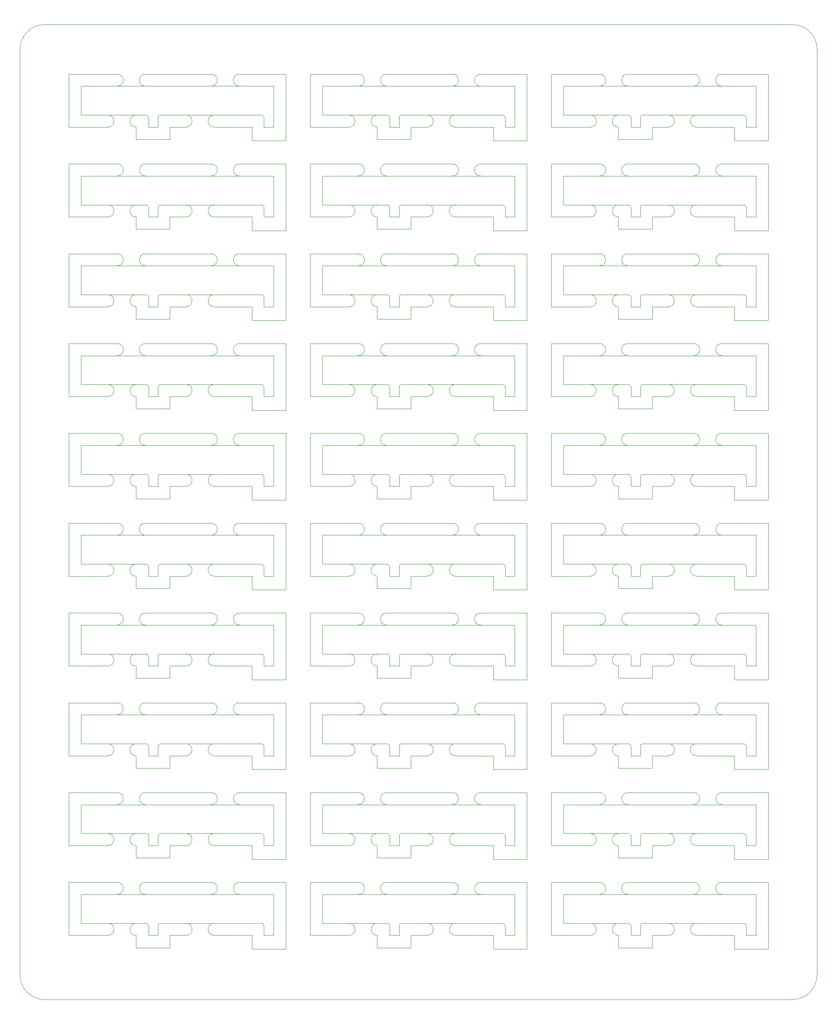
<source format=gko>
G04*
G04 #@! TF.GenerationSoftware,Altium Limited,Altium Designer,25.0.2 (28)*
G04*
G04 Layer_Color=16711935*
%FSLAX24Y24*%
%MOIN*%
G70*
G04*
G04 #@! TF.SameCoordinates,BAA0B08D-9D87-43D8-96EE-EFDE37164EB2*
G04*
G04*
G04 #@! TF.FilePolarity,Positive*
G04*
G01*
G75*
%ADD19C,0.0020*%
D19*
X0Y2000D02*
G03*
X2000Y0I2000J0D01*
G01*
Y79750D02*
G03*
X-0Y77750I0J-2000D01*
G01*
X65250D02*
G03*
X63250Y79750I-2000J0D01*
G01*
Y0D02*
G03*
X65250Y2000I0J2000D01*
G01*
X49756Y75699D02*
G03*
X49756Y74715I0J-492D01*
G01*
X47456D02*
G03*
X47456Y75699I0J492D01*
G01*
X57456D02*
G03*
X57456Y74715I0J-492D01*
G01*
X55156D02*
G03*
X55156Y75699I0J492D01*
G01*
X55386Y72352D02*
G03*
X55386Y71368I0J-492D01*
G01*
X53086D02*
G03*
X53086Y72352I0J492D01*
G01*
X48986Y72349D02*
G03*
X48986Y71364I0J-492D01*
G01*
X46686D02*
G03*
X46686Y72349I0J492D01*
G01*
Y64018D02*
G03*
X46686Y65002I0J492D01*
G01*
X48986D02*
G03*
X48986Y64018I0J-492D01*
G01*
X53086Y64022D02*
G03*
X53086Y65006I0J492D01*
G01*
X55386D02*
G03*
X55386Y64022I0J-492D01*
G01*
X55156Y67368D02*
G03*
X55156Y68352I0J492D01*
G01*
X57456D02*
G03*
X57456Y67368I0J-492D01*
G01*
X47456D02*
G03*
X47456Y68352I0J492D01*
G01*
X49756D02*
G03*
X49756Y67368I0J-492D01*
G01*
X46686Y56671D02*
G03*
X46686Y57656I0J492D01*
G01*
X48986D02*
G03*
X48986Y56671I0J-492D01*
G01*
X53086Y56675D02*
G03*
X53086Y57659I0J492D01*
G01*
X55386D02*
G03*
X55386Y56675I0J-492D01*
G01*
X55156Y60022D02*
G03*
X55156Y61006I0J492D01*
G01*
X57456D02*
G03*
X57456Y60022I0J-492D01*
G01*
X47456D02*
G03*
X47456Y61006I0J492D01*
G01*
X49756D02*
G03*
X49756Y60022I0J-492D01*
G01*
X46686Y49325D02*
G03*
X46686Y50309I0J492D01*
G01*
X48986D02*
G03*
X48986Y49325I0J-492D01*
G01*
X53086Y49329D02*
G03*
X53086Y50313I0J492D01*
G01*
X55386D02*
G03*
X55386Y49329I0J-492D01*
G01*
X55156Y52675D02*
G03*
X55156Y53659I0J492D01*
G01*
X57456D02*
G03*
X57456Y52675I0J-492D01*
G01*
X47456D02*
G03*
X47456Y53659I0J492D01*
G01*
X49756D02*
G03*
X49756Y52675I0J-492D01*
G01*
X46686Y41979D02*
G03*
X46686Y42963I0J492D01*
G01*
X48986D02*
G03*
X48986Y41979I0J-492D01*
G01*
X53086Y41982D02*
G03*
X53086Y42967I0J492D01*
G01*
X55386D02*
G03*
X55386Y41982I0J-492D01*
G01*
X55156Y45329D02*
G03*
X55156Y46313I0J492D01*
G01*
X57456D02*
G03*
X57456Y45329I0J-492D01*
G01*
X47456D02*
G03*
X47456Y46313I0J492D01*
G01*
X49756D02*
G03*
X49756Y45329I0J-492D01*
G01*
X46686Y34632D02*
G03*
X46686Y35616I0J492D01*
G01*
X48986D02*
G03*
X48986Y34632I0J-492D01*
G01*
X53086Y34636D02*
G03*
X53086Y35620I0J492D01*
G01*
X55386D02*
G03*
X55386Y34636I0J-492D01*
G01*
X55156Y37982D02*
G03*
X55156Y38967I0J492D01*
G01*
X57456D02*
G03*
X57456Y37982I0J-492D01*
G01*
X47456D02*
G03*
X47456Y38967I0J492D01*
G01*
X49756D02*
G03*
X49756Y37982I0J-492D01*
G01*
X46686Y27286D02*
G03*
X46686Y28270I0J492D01*
G01*
X48986D02*
G03*
X48986Y27286I0J-492D01*
G01*
X53086Y27289D02*
G03*
X53086Y28274I0J492D01*
G01*
X55386D02*
G03*
X55386Y27289I0J-492D01*
G01*
X55156Y30636D02*
G03*
X55156Y31620I0J492D01*
G01*
X57456D02*
G03*
X57456Y30636I0J-492D01*
G01*
X47456D02*
G03*
X47456Y31620I0J492D01*
G01*
X49756D02*
G03*
X49756Y30636I0J-492D01*
G01*
Y9581D02*
G03*
X49756Y8596I0J-492D01*
G01*
X47456D02*
G03*
X47456Y9581I0J492D01*
G01*
X57456D02*
G03*
X57456Y8596I0J-492D01*
G01*
X55156D02*
G03*
X55156Y9581I0J492D01*
G01*
X55386Y6234D02*
G03*
X55386Y5250I0J-492D01*
G01*
X53086D02*
G03*
X53086Y6234I0J492D01*
G01*
X48986Y6230D02*
G03*
X48986Y5246I0J-492D01*
G01*
X46686D02*
G03*
X46686Y6230I0J492D01*
G01*
X49756Y16927D02*
G03*
X49756Y15943I0J-492D01*
G01*
X47456D02*
G03*
X47456Y16927I0J492D01*
G01*
X57456D02*
G03*
X57456Y15943I0J-492D01*
G01*
X55156D02*
G03*
X55156Y16927I0J492D01*
G01*
X55386Y13581D02*
G03*
X55386Y12596I0J-492D01*
G01*
X53086D02*
G03*
X53086Y13581I0J492D01*
G01*
X48986Y13577D02*
G03*
X48986Y12593I0J-492D01*
G01*
X46686D02*
G03*
X46686Y13577I0J492D01*
G01*
X49756Y24274D02*
G03*
X49756Y23289I0J-492D01*
G01*
X47456D02*
G03*
X47456Y24274I0J492D01*
G01*
X57456D02*
G03*
X57456Y23289I0J-492D01*
G01*
X55156D02*
G03*
X55156Y24274I0J492D01*
G01*
X55386Y20927D02*
G03*
X55386Y19943I0J-492D01*
G01*
X53086D02*
G03*
X53086Y20927I0J492D01*
G01*
X48986Y20923D02*
G03*
X48986Y19939I0J-492D01*
G01*
X46686D02*
G03*
X46686Y20923I0J492D01*
G01*
X30008Y75699D02*
G03*
X30008Y74715I0J-492D01*
G01*
X27708D02*
G03*
X27708Y75699I0J492D01*
G01*
X37708D02*
G03*
X37708Y74715I0J-492D01*
G01*
X35408D02*
G03*
X35408Y75699I0J492D01*
G01*
X35638Y72352D02*
G03*
X35638Y71368I0J-492D01*
G01*
X33338D02*
G03*
X33338Y72352I0J492D01*
G01*
X29238Y72349D02*
G03*
X29238Y71364I0J-492D01*
G01*
X26938D02*
G03*
X26938Y72349I0J492D01*
G01*
Y64018D02*
G03*
X26938Y65002I0J492D01*
G01*
X29238D02*
G03*
X29238Y64018I0J-492D01*
G01*
X33338Y64022D02*
G03*
X33338Y65006I0J492D01*
G01*
X35638D02*
G03*
X35638Y64022I0J-492D01*
G01*
X35408Y67368D02*
G03*
X35408Y68352I0J492D01*
G01*
X37708D02*
G03*
X37708Y67368I0J-492D01*
G01*
X27708D02*
G03*
X27708Y68352I0J492D01*
G01*
X30008D02*
G03*
X30008Y67368I0J-492D01*
G01*
X26938Y56671D02*
G03*
X26938Y57656I0J492D01*
G01*
X29238D02*
G03*
X29238Y56671I0J-492D01*
G01*
X33338Y56675D02*
G03*
X33338Y57659I0J492D01*
G01*
X35638D02*
G03*
X35638Y56675I0J-492D01*
G01*
X35408Y60022D02*
G03*
X35408Y61006I0J492D01*
G01*
X37708D02*
G03*
X37708Y60022I0J-492D01*
G01*
X27708D02*
G03*
X27708Y61006I0J492D01*
G01*
X30008D02*
G03*
X30008Y60022I0J-492D01*
G01*
X26938Y49325D02*
G03*
X26938Y50309I0J492D01*
G01*
X29238D02*
G03*
X29238Y49325I0J-492D01*
G01*
X33338Y49329D02*
G03*
X33338Y50313I0J492D01*
G01*
X35638D02*
G03*
X35638Y49329I0J-492D01*
G01*
X35408Y52675D02*
G03*
X35408Y53659I0J492D01*
G01*
X37708D02*
G03*
X37708Y52675I0J-492D01*
G01*
X27708D02*
G03*
X27708Y53659I0J492D01*
G01*
X30008D02*
G03*
X30008Y52675I0J-492D01*
G01*
X26938Y41979D02*
G03*
X26938Y42963I0J492D01*
G01*
X29238D02*
G03*
X29238Y41979I0J-492D01*
G01*
X33338Y41982D02*
G03*
X33338Y42967I0J492D01*
G01*
X35638D02*
G03*
X35638Y41982I0J-492D01*
G01*
X35408Y45329D02*
G03*
X35408Y46313I0J492D01*
G01*
X37708D02*
G03*
X37708Y45329I0J-492D01*
G01*
X27708D02*
G03*
X27708Y46313I0J492D01*
G01*
X30008D02*
G03*
X30008Y45329I0J-492D01*
G01*
X26938Y34632D02*
G03*
X26938Y35616I0J492D01*
G01*
X29238D02*
G03*
X29238Y34632I0J-492D01*
G01*
X33338Y34636D02*
G03*
X33338Y35620I0J492D01*
G01*
X35638D02*
G03*
X35638Y34636I0J-492D01*
G01*
X35408Y37982D02*
G03*
X35408Y38967I0J492D01*
G01*
X37708D02*
G03*
X37708Y37982I0J-492D01*
G01*
X27708D02*
G03*
X27708Y38967I0J492D01*
G01*
X30008D02*
G03*
X30008Y37982I0J-492D01*
G01*
X26938Y27286D02*
G03*
X26938Y28270I0J492D01*
G01*
X29238D02*
G03*
X29238Y27286I0J-492D01*
G01*
X33338Y27289D02*
G03*
X33338Y28274I0J492D01*
G01*
X35638D02*
G03*
X35638Y27289I0J-492D01*
G01*
X35408Y30636D02*
G03*
X35408Y31620I0J492D01*
G01*
X37708D02*
G03*
X37708Y30636I0J-492D01*
G01*
X27708D02*
G03*
X27708Y31620I0J492D01*
G01*
X30008D02*
G03*
X30008Y30636I0J-492D01*
G01*
Y9581D02*
G03*
X30008Y8596I0J-492D01*
G01*
X27708D02*
G03*
X27708Y9581I0J492D01*
G01*
X37708D02*
G03*
X37708Y8596I0J-492D01*
G01*
X35408D02*
G03*
X35408Y9581I0J492D01*
G01*
X35638Y6234D02*
G03*
X35638Y5250I0J-492D01*
G01*
X33338D02*
G03*
X33338Y6234I0J492D01*
G01*
X29238Y6230D02*
G03*
X29238Y5246I0J-492D01*
G01*
X26938D02*
G03*
X26938Y6230I0J492D01*
G01*
X30008Y16927D02*
G03*
X30008Y15943I0J-492D01*
G01*
X27708D02*
G03*
X27708Y16927I0J492D01*
G01*
X37708D02*
G03*
X37708Y15943I0J-492D01*
G01*
X35408D02*
G03*
X35408Y16927I0J492D01*
G01*
X35638Y13581D02*
G03*
X35638Y12596I0J-492D01*
G01*
X33338D02*
G03*
X33338Y13581I0J492D01*
G01*
X29238Y13577D02*
G03*
X29238Y12593I0J-492D01*
G01*
X26938D02*
G03*
X26938Y13577I0J492D01*
G01*
X30008Y24274D02*
G03*
X30008Y23289I0J-492D01*
G01*
X27708D02*
G03*
X27708Y24274I0J492D01*
G01*
X37708D02*
G03*
X37708Y23289I0J-492D01*
G01*
X35408D02*
G03*
X35408Y24274I0J492D01*
G01*
X35638Y20927D02*
G03*
X35638Y19943I0J-492D01*
G01*
X33338D02*
G03*
X33338Y20927I0J492D01*
G01*
X29238Y20923D02*
G03*
X29238Y19939I0J-492D01*
G01*
X26938D02*
G03*
X26938Y20923I0J492D01*
G01*
X7190Y19939D02*
G03*
X7190Y20923I0J492D01*
G01*
X9490D02*
G03*
X9490Y19939I0J-492D01*
G01*
X13590Y19943D02*
G03*
X13590Y20927I0J492D01*
G01*
X15890D02*
G03*
X15890Y19943I0J-492D01*
G01*
X15660Y23289D02*
G03*
X15660Y24274I0J492D01*
G01*
X17960D02*
G03*
X17960Y23289I0J-492D01*
G01*
X7960D02*
G03*
X7960Y24274I0J492D01*
G01*
X10260D02*
G03*
X10260Y23289I0J-492D01*
G01*
X7190Y12593D02*
G03*
X7190Y13577I0J492D01*
G01*
X9490D02*
G03*
X9490Y12593I0J-492D01*
G01*
X13590Y12596D02*
G03*
X13590Y13581I0J492D01*
G01*
X15890D02*
G03*
X15890Y12596I0J-492D01*
G01*
X15660Y15943D02*
G03*
X15660Y16927I0J492D01*
G01*
X17960D02*
G03*
X17960Y15943I0J-492D01*
G01*
X7960D02*
G03*
X7960Y16927I0J492D01*
G01*
X10260D02*
G03*
X10260Y15943I0J-492D01*
G01*
X7190Y5246D02*
G03*
X7190Y6230I0J492D01*
G01*
X9490D02*
G03*
X9490Y5246I0J-492D01*
G01*
X13590Y5250D02*
G03*
X13590Y6234I0J492D01*
G01*
X15890D02*
G03*
X15890Y5250I0J-492D01*
G01*
X15660Y8596D02*
G03*
X15660Y9581I0J492D01*
G01*
X17960D02*
G03*
X17960Y8596I0J-492D01*
G01*
X7960D02*
G03*
X7960Y9581I0J492D01*
G01*
X10260D02*
G03*
X10260Y8596I0J-492D01*
G01*
Y31620D02*
G03*
X10260Y30636I0J-492D01*
G01*
X7960D02*
G03*
X7960Y31620I0J492D01*
G01*
X17960D02*
G03*
X17960Y30636I0J-492D01*
G01*
X15660D02*
G03*
X15660Y31620I0J492D01*
G01*
X15890Y28274D02*
G03*
X15890Y27289I0J-492D01*
G01*
X13590D02*
G03*
X13590Y28274I0J492D01*
G01*
X9490Y28270D02*
G03*
X9490Y27286I0J-492D01*
G01*
X7190D02*
G03*
X7190Y28270I0J492D01*
G01*
X10260Y38967D02*
G03*
X10260Y37982I0J-492D01*
G01*
X7960D02*
G03*
X7960Y38967I0J492D01*
G01*
X17960D02*
G03*
X17960Y37982I0J-492D01*
G01*
X15660D02*
G03*
X15660Y38967I0J492D01*
G01*
X15890Y35620D02*
G03*
X15890Y34636I0J-492D01*
G01*
X13590D02*
G03*
X13590Y35620I0J492D01*
G01*
X9490Y35616D02*
G03*
X9490Y34632I0J-492D01*
G01*
X7190D02*
G03*
X7190Y35616I0J492D01*
G01*
X10260Y46313D02*
G03*
X10260Y45329I0J-492D01*
G01*
X7960D02*
G03*
X7960Y46313I0J492D01*
G01*
X17960D02*
G03*
X17960Y45329I0J-492D01*
G01*
X15660D02*
G03*
X15660Y46313I0J492D01*
G01*
X15890Y42967D02*
G03*
X15890Y41982I0J-492D01*
G01*
X13590D02*
G03*
X13590Y42967I0J492D01*
G01*
X9490Y42963D02*
G03*
X9490Y41979I0J-492D01*
G01*
X7190D02*
G03*
X7190Y42963I0J492D01*
G01*
X10260Y53659D02*
G03*
X10260Y52675I0J-492D01*
G01*
X7960D02*
G03*
X7960Y53659I0J492D01*
G01*
X17960D02*
G03*
X17960Y52675I0J-492D01*
G01*
X15660D02*
G03*
X15660Y53659I0J492D01*
G01*
X15890Y50313D02*
G03*
X15890Y49329I0J-492D01*
G01*
X13590D02*
G03*
X13590Y50313I0J492D01*
G01*
X9490Y50309D02*
G03*
X9490Y49325I0J-492D01*
G01*
X7190D02*
G03*
X7190Y50309I0J492D01*
G01*
X10260Y61006D02*
G03*
X10260Y60022I0J-492D01*
G01*
X7960D02*
G03*
X7960Y61006I0J492D01*
G01*
X17960D02*
G03*
X17960Y60022I0J-492D01*
G01*
X15660D02*
G03*
X15660Y61006I0J492D01*
G01*
X15890Y57659D02*
G03*
X15890Y56675I0J-492D01*
G01*
X13590D02*
G03*
X13590Y57659I0J492D01*
G01*
X9490Y57656D02*
G03*
X9490Y56671I0J-492D01*
G01*
X7190D02*
G03*
X7190Y57656I0J492D01*
G01*
X10260Y68352D02*
G03*
X10260Y67368I0J-492D01*
G01*
X7960D02*
G03*
X7960Y68352I0J492D01*
G01*
X17960D02*
G03*
X17960Y67368I0J-492D01*
G01*
X15660D02*
G03*
X15660Y68352I0J492D01*
G01*
X15890Y65006D02*
G03*
X15890Y64022I0J-492D01*
G01*
X13590D02*
G03*
X13590Y65006I0J492D01*
G01*
X9490Y65002D02*
G03*
X9490Y64018I0J-492D01*
G01*
X7190D02*
G03*
X7190Y65002I0J492D01*
G01*
Y71364D02*
G03*
X7190Y72349I0J492D01*
G01*
X9490D02*
G03*
X9490Y71364I0J-492D01*
G01*
X13590Y71368D02*
G03*
X13590Y72352I0J492D01*
G01*
X15890D02*
G03*
X15890Y71368I0J-492D01*
G01*
X15660Y74715D02*
G03*
X15660Y75699I0J492D01*
G01*
X17960D02*
G03*
X17960Y74715I0J-492D01*
G01*
X7960D02*
G03*
X7960Y75699I0J492D01*
G01*
X10260D02*
G03*
X10260Y74715I0J-492D01*
G01*
X2000Y0D02*
X63250D01*
X65250Y2000D02*
Y77750D01*
X2000Y79750D02*
X63250D01*
X-0Y2000D02*
Y77750D01*
X57456Y75699D02*
X61246D01*
Y70250D02*
Y75699D01*
X58496Y70250D02*
X61246D01*
X58496D02*
Y71368D01*
X55386D02*
X58496D01*
X51746D02*
X53086D01*
X51746Y70360D02*
Y71368D01*
X48986Y70360D02*
X51746D01*
X48986D02*
Y71364D01*
X43496D02*
X46686D01*
X43496D02*
Y75699D01*
X47456D01*
X49756D02*
X55156D01*
Y75689D02*
Y75699D01*
X50795Y71368D02*
X50799D01*
X50795Y64022D02*
X50799D01*
X55156Y68342D02*
Y68352D01*
X49756D02*
X55156D01*
X43496D02*
X47456D01*
X43496Y64018D02*
Y68352D01*
Y64018D02*
X46686D01*
X48986Y63014D02*
Y64018D01*
Y63014D02*
X51746D01*
Y64022D01*
X53086D01*
X55386D02*
X58496D01*
Y62904D02*
Y64022D01*
Y62904D02*
X61246D01*
Y68352D01*
X57456D02*
X61246D01*
X50795Y56675D02*
X50799D01*
X55156Y60996D02*
Y61006D01*
X49756D02*
X55156D01*
X43496D02*
X47456D01*
X43496Y56671D02*
Y61006D01*
Y56671D02*
X46686D01*
X48986Y55667D02*
Y56671D01*
Y55667D02*
X51746D01*
Y56675D01*
X53086D01*
X55386D02*
X58496D01*
Y55557D02*
Y56675D01*
Y55557D02*
X61246D01*
Y61006D01*
X57456D02*
X61246D01*
X50795Y49329D02*
X50799D01*
X55156Y53649D02*
Y53659D01*
X49756D02*
X55156D01*
X43496D02*
X47456D01*
X43496Y49325D02*
Y53659D01*
Y49325D02*
X46686D01*
X48986Y48321D02*
Y49325D01*
Y48321D02*
X51746D01*
Y49329D01*
X53086D01*
X55386D02*
X58496D01*
Y48211D02*
Y49329D01*
Y48211D02*
X61246D01*
Y53659D01*
X57456D02*
X61246D01*
X50795Y41982D02*
X50799D01*
X55156Y46303D02*
Y46313D01*
X49756D02*
X55156D01*
X43496D02*
X47456D01*
X43496Y41979D02*
Y46313D01*
Y41979D02*
X46686D01*
X48986Y40974D02*
Y41979D01*
Y40974D02*
X51746D01*
Y41982D01*
X53086D01*
X55386D02*
X58496D01*
Y40864D02*
Y41982D01*
Y40864D02*
X61246D01*
Y46313D01*
X57456D02*
X61246D01*
X50795Y34636D02*
X50799D01*
X55156Y38956D02*
Y38967D01*
X49756D02*
X55156D01*
X43496D02*
X47456D01*
X43496Y34632D02*
Y38967D01*
Y34632D02*
X46686D01*
X48986Y33628D02*
Y34632D01*
Y33628D02*
X51746D01*
Y34636D01*
X53086D01*
X55386D02*
X58496D01*
Y33518D02*
Y34636D01*
Y33518D02*
X61246D01*
Y38967D01*
X57456D02*
X61246D01*
X50795Y27289D02*
X50799D01*
X55156Y31610D02*
Y31620D01*
X49756D02*
X55156D01*
X43496D02*
X47456D01*
X43496Y27286D02*
Y31620D01*
Y27286D02*
X46686D01*
X48986Y26281D02*
Y27286D01*
Y26281D02*
X51746D01*
Y27289D01*
X53086D01*
X55386D02*
X58496D01*
Y26171D02*
Y27289D01*
Y26171D02*
X61246D01*
Y31620D01*
X57456D02*
X61246D01*
X57456Y9581D02*
X61246D01*
Y4132D02*
Y9581D01*
X58496Y4132D02*
X61246D01*
X58496D02*
Y5250D01*
X55386D02*
X58496D01*
X51746D02*
X53086D01*
X51746Y4242D02*
Y5250D01*
X48986Y4242D02*
X51746D01*
X48986D02*
Y5246D01*
X43496D02*
X46686D01*
X43496D02*
Y9581D01*
X47456D01*
X49756D02*
X55156D01*
Y9570D02*
Y9581D01*
X50795Y5250D02*
X50799D01*
X57456Y16927D02*
X61246D01*
Y11478D02*
Y16927D01*
X58496Y11478D02*
X61246D01*
X58496D02*
Y12596D01*
X55386D02*
X58496D01*
X51746D02*
X53086D01*
X51746Y11588D02*
Y12596D01*
X48986Y11588D02*
X51746D01*
X48986D02*
Y12593D01*
X43496D02*
X46686D01*
X43496D02*
Y16927D01*
X47456D01*
X49756D02*
X55156D01*
Y16917D02*
Y16927D01*
X50795Y12596D02*
X50799D01*
X57456Y24274D02*
X61246D01*
Y18825D02*
Y24274D01*
X58496Y18825D02*
X61246D01*
X58496D02*
Y19943D01*
X55386D02*
X58496D01*
X51746D02*
X53086D01*
X51746Y18935D02*
Y19943D01*
X48986Y18935D02*
X51746D01*
X48986D02*
Y19939D01*
X43496D02*
X46686D01*
X43496D02*
Y24274D01*
X47456D01*
X49756D02*
X55156D01*
Y24263D02*
Y24274D01*
X50795Y19943D02*
X50799D01*
X37708Y75699D02*
X41498D01*
Y70250D02*
Y75699D01*
X38748Y70250D02*
X41498D01*
X38748D02*
Y71368D01*
X35638D02*
X38748D01*
X31998D02*
X33338D01*
X31998Y70360D02*
Y71368D01*
X29238Y70360D02*
X31998D01*
X29238D02*
Y71364D01*
X23748D02*
X26938D01*
X23748D02*
Y75699D01*
X27708D01*
X30008D02*
X35408D01*
Y75689D02*
Y75699D01*
X31047Y71368D02*
X31051D01*
X31047Y64022D02*
X31051D01*
X35408Y68342D02*
Y68352D01*
X30008D02*
X35408D01*
X23748D02*
X27708D01*
X23748Y64018D02*
Y68352D01*
Y64018D02*
X26938D01*
X29238Y63014D02*
Y64018D01*
Y63014D02*
X31998D01*
Y64022D01*
X33338D01*
X35638D02*
X38748D01*
Y62904D02*
Y64022D01*
Y62904D02*
X41498D01*
Y68352D01*
X37708D02*
X41498D01*
X31047Y56675D02*
X31051D01*
X35408Y60996D02*
Y61006D01*
X30008D02*
X35408D01*
X23748D02*
X27708D01*
X23748Y56671D02*
Y61006D01*
Y56671D02*
X26938D01*
X29238Y55667D02*
Y56671D01*
Y55667D02*
X31998D01*
Y56675D01*
X33338D01*
X35638D02*
X38748D01*
Y55557D02*
Y56675D01*
Y55557D02*
X41498D01*
Y61006D01*
X37708D02*
X41498D01*
X31047Y49329D02*
X31051D01*
X35408Y53649D02*
Y53659D01*
X30008D02*
X35408D01*
X23748D02*
X27708D01*
X23748Y49325D02*
Y53659D01*
Y49325D02*
X26938D01*
X29238Y48321D02*
Y49325D01*
Y48321D02*
X31998D01*
Y49329D01*
X33338D01*
X35638D02*
X38748D01*
Y48211D02*
Y49329D01*
Y48211D02*
X41498D01*
Y53659D01*
X37708D02*
X41498D01*
X31047Y41982D02*
X31051D01*
X35408Y46303D02*
Y46313D01*
X30008D02*
X35408D01*
X23748D02*
X27708D01*
X23748Y41979D02*
Y46313D01*
Y41979D02*
X26938D01*
X29238Y40974D02*
Y41979D01*
Y40974D02*
X31998D01*
Y41982D01*
X33338D01*
X35638D02*
X38748D01*
Y40864D02*
Y41982D01*
Y40864D02*
X41498D01*
Y46313D01*
X37708D02*
X41498D01*
X31047Y34636D02*
X31051D01*
X35408Y38956D02*
Y38967D01*
X30008D02*
X35408D01*
X23748D02*
X27708D01*
X23748Y34632D02*
Y38967D01*
Y34632D02*
X26938D01*
X29238Y33628D02*
Y34632D01*
Y33628D02*
X31998D01*
Y34636D01*
X33338D01*
X35638D02*
X38748D01*
Y33518D02*
Y34636D01*
Y33518D02*
X41498D01*
Y38967D01*
X37708D02*
X41498D01*
X31047Y27289D02*
X31051D01*
X35408Y31610D02*
Y31620D01*
X30008D02*
X35408D01*
X23748D02*
X27708D01*
X23748Y27286D02*
Y31620D01*
Y27286D02*
X26938D01*
X29238Y26281D02*
Y27286D01*
Y26281D02*
X31998D01*
Y27289D01*
X33338D01*
X35638D02*
X38748D01*
Y26171D02*
Y27289D01*
Y26171D02*
X41498D01*
Y31620D01*
X37708D02*
X41498D01*
X37708Y9581D02*
X41498D01*
Y4132D02*
Y9581D01*
X38748Y4132D02*
X41498D01*
X38748D02*
Y5250D01*
X35638D02*
X38748D01*
X31998D02*
X33338D01*
X31998Y4242D02*
Y5250D01*
X29238Y4242D02*
X31998D01*
X29238D02*
Y5246D01*
X23748D02*
X26938D01*
X23748D02*
Y9581D01*
X27708D01*
X30008D02*
X35408D01*
Y9570D02*
Y9581D01*
X31047Y5250D02*
X31051D01*
X37708Y16927D02*
X41498D01*
Y11478D02*
Y16927D01*
X38748Y11478D02*
X41498D01*
X38748D02*
Y12596D01*
X35638D02*
X38748D01*
X31998D02*
X33338D01*
X31998Y11588D02*
Y12596D01*
X29238Y11588D02*
X31998D01*
X29238D02*
Y12593D01*
X23748D02*
X26938D01*
X23748D02*
Y16927D01*
X27708D01*
X30008D02*
X35408D01*
Y16917D02*
Y16927D01*
X31047Y12596D02*
X31051D01*
X37708Y24274D02*
X41498D01*
Y18825D02*
Y24274D01*
X38748Y18825D02*
X41498D01*
X38748D02*
Y19943D01*
X35638D02*
X38748D01*
X31998D02*
X33338D01*
X31998Y18935D02*
Y19943D01*
X29238Y18935D02*
X31998D01*
X29238D02*
Y19939D01*
X23748D02*
X26938D01*
X23748D02*
Y24274D01*
X27708D01*
X30008D02*
X35408D01*
Y24263D02*
Y24274D01*
X31047Y19943D02*
X31051D01*
X11299D02*
X11303D01*
X15660Y24263D02*
Y24274D01*
X10260D02*
X15660D01*
X4000D02*
X7960D01*
X4000Y19939D02*
Y24274D01*
Y19939D02*
X7190D01*
X9490Y18935D02*
Y19939D01*
Y18935D02*
X12250D01*
Y19943D01*
X13590D01*
X15890D02*
X19000D01*
Y18825D02*
Y19943D01*
Y18825D02*
X21750D01*
Y24274D01*
X17960D02*
X21750D01*
X11299Y12596D02*
X11303D01*
X15660Y16917D02*
Y16927D01*
X10260D02*
X15660D01*
X4000D02*
X7960D01*
X4000Y12593D02*
Y16927D01*
Y12593D02*
X7190D01*
X9490Y11588D02*
Y12593D01*
Y11588D02*
X12250D01*
Y12596D01*
X13590D01*
X15890D02*
X19000D01*
Y11478D02*
Y12596D01*
Y11478D02*
X21750D01*
Y16927D01*
X17960D02*
X21750D01*
X11299Y5250D02*
X11303D01*
X15660Y9570D02*
Y9581D01*
X10260D02*
X15660D01*
X4000D02*
X7960D01*
X4000Y5246D02*
Y9581D01*
Y5246D02*
X7190D01*
X9490Y4242D02*
Y5246D01*
Y4242D02*
X12250D01*
Y5250D01*
X13590D01*
X15890D02*
X19000D01*
Y4132D02*
Y5250D01*
Y4132D02*
X21750D01*
Y9581D01*
X17960D02*
X21750D01*
X17960Y31620D02*
X21750D01*
Y26171D02*
Y31620D01*
X19000Y26171D02*
X21750D01*
X19000D02*
Y27289D01*
X15890D02*
X19000D01*
X12250D02*
X13590D01*
X12250Y26281D02*
Y27289D01*
X9490Y26281D02*
X12250D01*
X9490D02*
Y27286D01*
X4000D02*
X7190D01*
X4000D02*
Y31620D01*
X7960D01*
X10260D02*
X15660D01*
Y31610D02*
Y31620D01*
X11299Y27289D02*
X11303D01*
X17960Y38967D02*
X21750D01*
Y33518D02*
Y38967D01*
X19000Y33518D02*
X21750D01*
X19000D02*
Y34636D01*
X15890D02*
X19000D01*
X12250D02*
X13590D01*
X12250Y33628D02*
Y34636D01*
X9490Y33628D02*
X12250D01*
X9490D02*
Y34632D01*
X4000D02*
X7190D01*
X4000D02*
Y38967D01*
X7960D01*
X10260D02*
X15660D01*
Y38956D02*
Y38967D01*
X11299Y34636D02*
X11303D01*
X17960Y46313D02*
X21750D01*
Y40864D02*
Y46313D01*
X19000Y40864D02*
X21750D01*
X19000D02*
Y41982D01*
X15890D02*
X19000D01*
X12250D02*
X13590D01*
X12250Y40974D02*
Y41982D01*
X9490Y40974D02*
X12250D01*
X9490D02*
Y41979D01*
X4000D02*
X7190D01*
X4000D02*
Y46313D01*
X7960D01*
X10260D02*
X15660D01*
Y46303D02*
Y46313D01*
X11299Y41982D02*
X11303D01*
X17960Y53659D02*
X21750D01*
Y48211D02*
Y53659D01*
X19000Y48211D02*
X21750D01*
X19000D02*
Y49329D01*
X15890D02*
X19000D01*
X12250D02*
X13590D01*
X12250Y48321D02*
Y49329D01*
X9490Y48321D02*
X12250D01*
X9490D02*
Y49325D01*
X4000D02*
X7190D01*
X4000D02*
Y53659D01*
X7960D01*
X10260D02*
X15660D01*
Y53649D02*
Y53659D01*
X11299Y49329D02*
X11303D01*
X17960Y61006D02*
X21750D01*
Y55557D02*
Y61006D01*
X19000Y55557D02*
X21750D01*
X19000D02*
Y56675D01*
X15890D02*
X19000D01*
X12250D02*
X13590D01*
X12250Y55667D02*
Y56675D01*
X9490Y55667D02*
X12250D01*
X9490D02*
Y56671D01*
X4000D02*
X7190D01*
X4000D02*
Y61006D01*
X7960D01*
X10260D02*
X15660D01*
Y60996D02*
Y61006D01*
X11299Y56675D02*
X11303D01*
X17960Y68352D02*
X21750D01*
Y62904D02*
Y68352D01*
X19000Y62904D02*
X21750D01*
X19000D02*
Y64022D01*
X15890D02*
X19000D01*
X12250D02*
X13590D01*
X12250Y63014D02*
Y64022D01*
X9490Y63014D02*
X12250D01*
X9490D02*
Y64018D01*
X4000D02*
X7190D01*
X4000D02*
Y68352D01*
X7960D01*
X10260D02*
X15660D01*
Y68342D02*
Y68352D01*
X11299Y64022D02*
X11303D01*
X11299Y71368D02*
X11303D01*
X15660Y75689D02*
Y75699D01*
X10260D02*
X15660D01*
X4000D02*
X7960D01*
X4000Y71364D02*
Y75699D01*
Y71364D02*
X7190D01*
X9490Y70360D02*
Y71364D01*
Y70360D02*
X12250D01*
Y71368D01*
X13590D01*
X15890D02*
X19000D01*
Y70250D02*
Y71368D01*
Y70250D02*
X21750D01*
Y75699D01*
X17960D02*
X21750D01*
X10512Y6037D02*
G03*
X10315Y6234I-197J0D01*
G01*
X11496Y6234D02*
G03*
X11299Y6037I0J-197D01*
G01*
X19961Y6037D02*
G03*
X19764Y6234I-197J0D01*
G01*
X5000Y6234D02*
Y8596D01*
X20748D01*
Y5250D02*
Y8596D01*
X11496Y6234D02*
X19764Y6234D01*
X10512Y5250D02*
X11299D01*
X5000Y6234D02*
X10315D01*
X10512Y5250D02*
Y6037D01*
X11299Y5250D02*
Y6037D01*
X19961Y5250D02*
Y6037D01*
Y5250D02*
X20748D01*
X30260Y6037D02*
G03*
X30063Y6234I-197J0D01*
G01*
X31244Y6234D02*
G03*
X31047Y6037I0J-197D01*
G01*
X39709Y6037D02*
G03*
X39512Y6234I-197J0D01*
G01*
X24748Y6234D02*
Y8596D01*
X40496D01*
Y5250D02*
Y8596D01*
X31244Y6234D02*
X39512Y6234D01*
X30260Y5250D02*
X31047D01*
X24748Y6234D02*
X30063D01*
X30260Y5250D02*
Y6037D01*
X31047Y5250D02*
Y6037D01*
X39709Y5250D02*
Y6037D01*
Y5250D02*
X40496D01*
X50008Y6037D02*
G03*
X49811Y6234I-197J0D01*
G01*
X50992Y6234D02*
G03*
X50795Y6037I0J-197D01*
G01*
X59457Y6037D02*
G03*
X59260Y6234I-197J0D01*
G01*
X44496Y6234D02*
Y8596D01*
X60244D01*
Y5250D02*
Y8596D01*
X50992Y6234D02*
X59260Y6234D01*
X50008Y5250D02*
X50795D01*
X44496Y6234D02*
X49811D01*
X50008Y5250D02*
Y6037D01*
X50795Y5250D02*
Y6037D01*
X59457Y5250D02*
Y6037D01*
Y5250D02*
X60244D01*
X10512Y13384D02*
G03*
X10315Y13581I-197J0D01*
G01*
X11496Y13581D02*
G03*
X11299Y13384I0J-197D01*
G01*
X19961Y13384D02*
G03*
X19764Y13581I-197J0D01*
G01*
X5000Y13581D02*
Y15943D01*
X20748D01*
Y12596D02*
Y15943D01*
X11496Y13581D02*
X19764Y13581D01*
X10512Y12596D02*
X11299D01*
X5000Y13581D02*
X10315D01*
X10512Y12596D02*
Y13384D01*
X11299Y12596D02*
Y13384D01*
X19961Y12596D02*
Y13384D01*
Y12596D02*
X20748D01*
X30260Y13384D02*
G03*
X30063Y13581I-197J0D01*
G01*
X31244Y13581D02*
G03*
X31047Y13384I0J-197D01*
G01*
X39709Y13384D02*
G03*
X39512Y13581I-197J0D01*
G01*
X24748Y13581D02*
Y15943D01*
X40496D01*
Y12596D02*
Y15943D01*
X31244Y13581D02*
X39512Y13581D01*
X30260Y12596D02*
X31047D01*
X24748Y13581D02*
X30063D01*
X30260Y12596D02*
Y13384D01*
X31047Y12596D02*
Y13384D01*
X39709Y12596D02*
Y13384D01*
Y12596D02*
X40496D01*
X50008Y13384D02*
G03*
X49811Y13581I-197J0D01*
G01*
X50992Y13581D02*
G03*
X50795Y13384I0J-197D01*
G01*
X59457Y13384D02*
G03*
X59260Y13581I-197J0D01*
G01*
X44496Y13581D02*
Y15943D01*
X60244D01*
Y12596D02*
Y15943D01*
X50992Y13581D02*
X59260Y13581D01*
X50008Y12596D02*
X50795D01*
X44496Y13581D02*
X49811D01*
X50008Y12596D02*
Y13384D01*
X50795Y12596D02*
Y13384D01*
X59457Y12596D02*
Y13384D01*
Y12596D02*
X60244D01*
X10512Y20730D02*
G03*
X10315Y20927I-197J0D01*
G01*
X11496Y20927D02*
G03*
X11299Y20730I0J-197D01*
G01*
X19961Y20730D02*
G03*
X19764Y20927I-197J0D01*
G01*
X5000Y20927D02*
Y23289D01*
X20748D01*
Y19943D02*
Y23289D01*
X11496Y20927D02*
X19764Y20927D01*
X10512Y19943D02*
X11299D01*
X5000Y20927D02*
X10315D01*
X10512Y19943D02*
Y20730D01*
X11299Y19943D02*
Y20730D01*
X19961Y19943D02*
Y20730D01*
Y19943D02*
X20748D01*
X30260Y20730D02*
G03*
X30063Y20927I-197J0D01*
G01*
X31244Y20927D02*
G03*
X31047Y20730I0J-197D01*
G01*
X39709Y20730D02*
G03*
X39512Y20927I-197J0D01*
G01*
X24748Y20927D02*
Y23289D01*
X40496D01*
Y19943D02*
Y23289D01*
X31244Y20927D02*
X39512Y20927D01*
X30260Y19943D02*
X31047D01*
X24748Y20927D02*
X30063D01*
X30260Y19943D02*
Y20730D01*
X31047Y19943D02*
Y20730D01*
X39709Y19943D02*
Y20730D01*
Y19943D02*
X40496D01*
X50008Y20730D02*
G03*
X49811Y20927I-197J0D01*
G01*
X50992Y20927D02*
G03*
X50795Y20730I0J-197D01*
G01*
X59457Y20730D02*
G03*
X59260Y20927I-197J0D01*
G01*
X44496Y20927D02*
Y23289D01*
X60244D01*
Y19943D02*
Y23289D01*
X50992Y20927D02*
X59260Y20927D01*
X50008Y19943D02*
X50795D01*
X44496Y20927D02*
X49811D01*
X50008Y19943D02*
Y20730D01*
X50795Y19943D02*
Y20730D01*
X59457Y19943D02*
Y20730D01*
Y19943D02*
X60244D01*
X10512Y28077D02*
G03*
X10315Y28274I-197J0D01*
G01*
X11496Y28274D02*
G03*
X11299Y28077I0J-197D01*
G01*
X19961Y28077D02*
G03*
X19764Y28274I-197J0D01*
G01*
X5000Y28274D02*
Y30636D01*
X20748D01*
Y27289D02*
Y30636D01*
X11496Y28274D02*
X19764Y28274D01*
X10512Y27289D02*
X11299D01*
X5000Y28274D02*
X10315D01*
X10512Y27289D02*
Y28077D01*
X11299Y27289D02*
Y28077D01*
X19961Y27289D02*
Y28077D01*
Y27289D02*
X20748D01*
X30260Y28077D02*
G03*
X30063Y28274I-197J0D01*
G01*
X31244Y28274D02*
G03*
X31047Y28077I0J-197D01*
G01*
X39709Y28077D02*
G03*
X39512Y28274I-197J0D01*
G01*
X24748Y28274D02*
Y30636D01*
X40496D01*
Y27289D02*
Y30636D01*
X31244Y28274D02*
X39512Y28274D01*
X30260Y27289D02*
X31047D01*
X24748Y28274D02*
X30063D01*
X30260Y27289D02*
Y28077D01*
X31047Y27289D02*
Y28077D01*
X39709Y27289D02*
Y28077D01*
Y27289D02*
X40496D01*
X50008Y28077D02*
G03*
X49811Y28274I-197J0D01*
G01*
X50992Y28274D02*
G03*
X50795Y28077I0J-197D01*
G01*
X59457Y28077D02*
G03*
X59260Y28274I-197J0D01*
G01*
X44496Y28274D02*
Y30636D01*
X60244D01*
Y27289D02*
Y30636D01*
X50992Y28274D02*
X59260Y28274D01*
X50008Y27289D02*
X50795D01*
X44496Y28274D02*
X49811D01*
X50008Y27289D02*
Y28077D01*
X50795Y27289D02*
Y28077D01*
X59457Y27289D02*
Y28077D01*
Y27289D02*
X60244D01*
X10512Y35423D02*
G03*
X10315Y35620I-197J0D01*
G01*
X11496Y35620D02*
G03*
X11299Y35423I0J-197D01*
G01*
X19961Y35423D02*
G03*
X19764Y35620I-197J0D01*
G01*
X5000Y35620D02*
Y37982D01*
X20748D01*
Y34636D02*
Y37982D01*
X11496Y35620D02*
X19764Y35620D01*
X10512Y34636D02*
X11299D01*
X5000Y35620D02*
X10315D01*
X10512Y34636D02*
Y35423D01*
X11299Y34636D02*
Y35423D01*
X19961Y34636D02*
Y35423D01*
Y34636D02*
X20748D01*
X30260Y35423D02*
G03*
X30063Y35620I-197J0D01*
G01*
X31244Y35620D02*
G03*
X31047Y35423I0J-197D01*
G01*
X39709Y35423D02*
G03*
X39512Y35620I-197J0D01*
G01*
X24748Y35620D02*
Y37982D01*
X40496D01*
Y34636D02*
Y37982D01*
X31244Y35620D02*
X39512Y35620D01*
X30260Y34636D02*
X31047D01*
X24748Y35620D02*
X30063D01*
X30260Y34636D02*
Y35423D01*
X31047Y34636D02*
Y35423D01*
X39709Y34636D02*
Y35423D01*
Y34636D02*
X40496D01*
X50008Y35423D02*
G03*
X49811Y35620I-197J0D01*
G01*
X50992Y35620D02*
G03*
X50795Y35423I0J-197D01*
G01*
X59457Y35423D02*
G03*
X59260Y35620I-197J0D01*
G01*
X44496Y35620D02*
Y37982D01*
X60244D01*
Y34636D02*
Y37982D01*
X50992Y35620D02*
X59260Y35620D01*
X50008Y34636D02*
X50795D01*
X44496Y35620D02*
X49811D01*
X50008Y34636D02*
Y35423D01*
X50795Y34636D02*
Y35423D01*
X59457Y34636D02*
Y35423D01*
Y34636D02*
X60244D01*
X10512Y42770D02*
G03*
X10315Y42967I-197J0D01*
G01*
X11496Y42967D02*
G03*
X11299Y42770I0J-197D01*
G01*
X19961Y42770D02*
G03*
X19764Y42967I-197J0D01*
G01*
X5000Y42967D02*
Y45329D01*
X20748D01*
Y41982D02*
Y45329D01*
X11496Y42967D02*
X19764Y42967D01*
X10512Y41982D02*
X11299D01*
X5000Y42967D02*
X10315D01*
X10512Y41982D02*
Y42770D01*
X11299Y41982D02*
Y42770D01*
X19961Y41982D02*
Y42770D01*
Y41982D02*
X20748D01*
X30260Y42770D02*
G03*
X30063Y42967I-197J0D01*
G01*
X31244Y42967D02*
G03*
X31047Y42770I0J-197D01*
G01*
X39709Y42770D02*
G03*
X39512Y42967I-197J0D01*
G01*
X24748Y42967D02*
Y45329D01*
X40496D01*
Y41982D02*
Y45329D01*
X31244Y42967D02*
X39512Y42967D01*
X30260Y41982D02*
X31047D01*
X24748Y42967D02*
X30063D01*
X30260Y41982D02*
Y42770D01*
X31047Y41982D02*
Y42770D01*
X39709Y41982D02*
Y42770D01*
Y41982D02*
X40496D01*
X50008Y42770D02*
G03*
X49811Y42967I-197J0D01*
G01*
X50992Y42967D02*
G03*
X50795Y42770I0J-197D01*
G01*
X59457Y42770D02*
G03*
X59260Y42967I-197J0D01*
G01*
X44496Y42967D02*
Y45329D01*
X60244D01*
Y41982D02*
Y45329D01*
X50992Y42967D02*
X59260Y42967D01*
X50008Y41982D02*
X50795D01*
X44496Y42967D02*
X49811D01*
X50008Y41982D02*
Y42770D01*
X50795Y41982D02*
Y42770D01*
X59457Y41982D02*
Y42770D01*
Y41982D02*
X60244D01*
X10512Y50116D02*
G03*
X10315Y50313I-197J0D01*
G01*
X11496Y50313D02*
G03*
X11299Y50116I0J-197D01*
G01*
X19961Y50116D02*
G03*
X19764Y50313I-197J0D01*
G01*
X5000Y50313D02*
Y52675D01*
X20748D01*
Y49329D02*
Y52675D01*
X11496Y50313D02*
X19764Y50313D01*
X10512Y49329D02*
X11299D01*
X5000Y50313D02*
X10315D01*
X10512Y49329D02*
Y50116D01*
X11299Y49329D02*
Y50116D01*
X19961Y49329D02*
Y50116D01*
Y49329D02*
X20748D01*
X30260Y50116D02*
G03*
X30063Y50313I-197J0D01*
G01*
X31244Y50313D02*
G03*
X31047Y50116I0J-197D01*
G01*
X39709Y50116D02*
G03*
X39512Y50313I-197J0D01*
G01*
X24748Y50313D02*
Y52675D01*
X40496D01*
Y49329D02*
Y52675D01*
X31244Y50313D02*
X39512Y50313D01*
X30260Y49329D02*
X31047D01*
X24748Y50313D02*
X30063D01*
X30260Y49329D02*
Y50116D01*
X31047Y49329D02*
Y50116D01*
X39709Y49329D02*
Y50116D01*
Y49329D02*
X40496D01*
X50008Y50116D02*
G03*
X49811Y50313I-197J0D01*
G01*
X50992Y50313D02*
G03*
X50795Y50116I0J-197D01*
G01*
X59457Y50116D02*
G03*
X59260Y50313I-197J0D01*
G01*
X44496Y50313D02*
Y52675D01*
X60244D01*
Y49329D02*
Y52675D01*
X50992Y50313D02*
X59260Y50313D01*
X50008Y49329D02*
X50795D01*
X44496Y50313D02*
X49811D01*
X50008Y49329D02*
Y50116D01*
X50795Y49329D02*
Y50116D01*
X59457Y49329D02*
Y50116D01*
Y49329D02*
X60244D01*
X10512Y57463D02*
G03*
X10315Y57659I-197J0D01*
G01*
X11496Y57659D02*
G03*
X11299Y57463I0J-197D01*
G01*
X19961Y57463D02*
G03*
X19764Y57659I-197J0D01*
G01*
X5000Y57659D02*
Y60022D01*
X20748D01*
Y56675D02*
Y60022D01*
X11496Y57659D02*
X19764Y57659D01*
X10512Y56675D02*
X11299D01*
X5000Y57659D02*
X10315D01*
X10512Y56675D02*
Y57463D01*
X11299Y56675D02*
Y57463D01*
X19961Y56675D02*
Y57463D01*
Y56675D02*
X20748D01*
X30260Y57463D02*
G03*
X30063Y57659I-197J0D01*
G01*
X31244Y57659D02*
G03*
X31047Y57463I0J-197D01*
G01*
X39709Y57463D02*
G03*
X39512Y57659I-197J0D01*
G01*
X24748Y57659D02*
Y60022D01*
X40496D01*
Y56675D02*
Y60022D01*
X31244Y57659D02*
X39512Y57659D01*
X30260Y56675D02*
X31047D01*
X24748Y57659D02*
X30063D01*
X30260Y56675D02*
Y57463D01*
X31047Y56675D02*
Y57463D01*
X39709Y56675D02*
Y57463D01*
Y56675D02*
X40496D01*
X50008Y57463D02*
G03*
X49811Y57659I-197J0D01*
G01*
X50992Y57659D02*
G03*
X50795Y57463I0J-197D01*
G01*
X59457Y57463D02*
G03*
X59260Y57659I-197J0D01*
G01*
X44496Y57659D02*
Y60022D01*
X60244D01*
Y56675D02*
Y60022D01*
X50992Y57659D02*
X59260Y57659D01*
X50008Y56675D02*
X50795D01*
X44496Y57659D02*
X49811D01*
X50008Y56675D02*
Y57463D01*
X50795Y56675D02*
Y57463D01*
X59457Y56675D02*
Y57463D01*
Y56675D02*
X60244D01*
X10512Y64809D02*
G03*
X10315Y65006I-197J0D01*
G01*
X11496Y65006D02*
G03*
X11299Y64809I0J-197D01*
G01*
X19961Y64809D02*
G03*
X19764Y65006I-197J0D01*
G01*
X5000Y65006D02*
Y67368D01*
X20748D01*
Y64022D02*
Y67368D01*
X11496Y65006D02*
X19764Y65006D01*
X10512Y64022D02*
X11299D01*
X5000Y65006D02*
X10315D01*
X10512Y64022D02*
Y64809D01*
X11299Y64022D02*
Y64809D01*
X19961Y64022D02*
Y64809D01*
Y64022D02*
X20748D01*
X30260Y64809D02*
G03*
X30063Y65006I-197J0D01*
G01*
X31244Y65006D02*
G03*
X31047Y64809I0J-197D01*
G01*
X39709Y64809D02*
G03*
X39512Y65006I-197J0D01*
G01*
X24748Y65006D02*
Y67368D01*
X40496D01*
Y64022D02*
Y67368D01*
X31244Y65006D02*
X39512Y65006D01*
X30260Y64022D02*
X31047D01*
X24748Y65006D02*
X30063D01*
X30260Y64022D02*
Y64809D01*
X31047Y64022D02*
Y64809D01*
X39709Y64022D02*
Y64809D01*
Y64022D02*
X40496D01*
X50008Y64809D02*
G03*
X49811Y65006I-197J0D01*
G01*
X50992Y65006D02*
G03*
X50795Y64809I0J-197D01*
G01*
X59457Y64809D02*
G03*
X59260Y65006I-197J0D01*
G01*
X44496Y65006D02*
Y67368D01*
X60244D01*
Y64022D02*
Y67368D01*
X50992Y65006D02*
X59260Y65006D01*
X50008Y64022D02*
X50795D01*
X44496Y65006D02*
X49811D01*
X50008Y64022D02*
Y64809D01*
X50795Y64022D02*
Y64809D01*
X59457Y64022D02*
Y64809D01*
Y64022D02*
X60244D01*
X10512Y72156D02*
G03*
X10315Y72352I-197J0D01*
G01*
X11496Y72352D02*
G03*
X11299Y72156I0J-197D01*
G01*
X19961Y72156D02*
G03*
X19764Y72352I-197J0D01*
G01*
X5000Y72352D02*
Y74715D01*
X20748D01*
Y71368D02*
Y74715D01*
X11496Y72352D02*
X19764Y72352D01*
X10512Y71368D02*
X11299D01*
X5000Y72352D02*
X10315D01*
X10512Y71368D02*
Y72156D01*
X11299Y71368D02*
Y72156D01*
X19961Y71368D02*
Y72156D01*
Y71368D02*
X20748D01*
X30260Y72156D02*
G03*
X30063Y72352I-197J0D01*
G01*
X31244Y72352D02*
G03*
X31047Y72156I0J-197D01*
G01*
X39709Y72156D02*
G03*
X39512Y72352I-197J0D01*
G01*
X24748Y72352D02*
Y74715D01*
X40496D01*
Y71368D02*
Y74715D01*
X31244Y72352D02*
X39512Y72352D01*
X30260Y71368D02*
X31047D01*
X24748Y72352D02*
X30063D01*
X30260Y71368D02*
Y72156D01*
X31047Y71368D02*
Y72156D01*
X39709Y71368D02*
Y72156D01*
Y71368D02*
X40496D01*
X50008Y72156D02*
G03*
X49811Y72352I-197J0D01*
G01*
X50992Y72352D02*
G03*
X50795Y72156I0J-197D01*
G01*
X59457Y72156D02*
G03*
X59260Y72352I-197J0D01*
G01*
X44496Y72352D02*
Y74715D01*
X60244D01*
Y71368D02*
Y74715D01*
X50992Y72352D02*
X59260Y72352D01*
X50008Y71368D02*
X50795D01*
X44496Y72352D02*
X49811D01*
X50008Y71368D02*
Y72156D01*
X50795Y71368D02*
Y72156D01*
X59457Y71368D02*
Y72156D01*
Y71368D02*
X60244D01*
M02*

</source>
